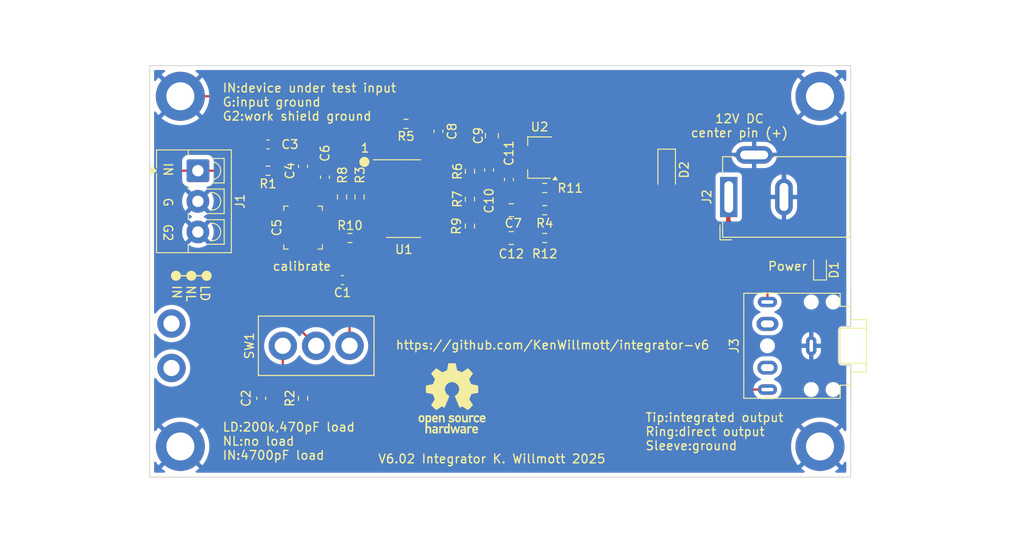
<source format=kicad_pcb>
(kicad_pcb (version 20241229) (generator "pcbnew") (generator_version "9.0")
  (title_block (title "V6.0 Integrator") (date "2023-11-09") (rev "1.0") (company "KW"))
  (layers (0 "F.Cu" signal) (2 "B.Cu" signal) (13 "F.Paste" user) (15 "B.Paste" user) (5 "F.SilkS" user "F.Silkscreen") (7 "B.SilkS" user "B.Silkscreen") (1 "F.Mask" user) (3 "B.Mask" user) (25 "Edge.Cuts" user))
  (net 0 "")
  (net 1 "GND")
  (net 2 "Net-(U1C-+)")
  (net 3 "Net-(U1A--)")
  (net 4 "Net-(U1D--)")
  (net 5 "Net-(C11-Pad1)")
  (net 6 "Net-(C11-Pad2)")
  (net 7 "Net-(U1A-+)")
  (net 8 "Net-(U1C--)")
  (net 9 "Net-(C1-Pad1)")
  (net 10 "Net-(C2-Pad1)")
  (net 11 "Net-(C3-Pad2)")
  (net 12 "Net-(J1-Pin_1)")
  (net 13 "Net-(C8-Pad2)")
  (net 14 "Net-(D2-K)")
  (net 15 "Net-(D1-A)")
  (net 16 "Net-(C12-Pad1)")
  (net 17 "Net-(C12-Pad2)")
  (net 18 "Net-(U1B--)")
  (net 21 "Net-(J3-PadR)")
  (net 22 "Net-(J3-PadT)")
  (net 23 "Net-(U1B-+)")
  (footprint "Resistor_SMD:R_0603_1608Metric" (layer "F.Cu") (at 136.55 94.825 -90)
    (property "Reference" "R9" (at 0 1.55 90) (layer "F.SilkS"))
    (property "Value" "1.8M")
    (pad "1" smd roundrect (at -0.825 0 270) (size 0.8 0.95) (layers "F.Cu" "F.Mask" "F.Paste") (net 8 "Net-(U1C--)"))
    (pad "2" smd roundrect (at 0.825 0 270) (size 0.8 0.95) (layers "F.Cu" "F.Mask" "F.Paste") (net 5 "Net-(C11-Pad1)"))
  )
  (footprint "Capacitor_SMD:C_0805_2012Metric" (layer "F.Cu") (at 139.05 84.5 -90)
    (property "Reference" "C9" (at 0 1.55 90) (layer "F.SilkS"))
    (property "Value" "10u")
    (pad "1" smd roundrect (at -0.95 0 270) (size 1 1.45) (layers "F.Cu" "F.Mask" "F.Paste") (net 14 "Net-(D2-K)"))
    (pad "2" smd roundrect (at 0.95 0 270) (size 1 1.45) (layers "F.Cu" "F.Mask" "F.Paste") (net 1 "GND"))
  )
  (footprint "Capacitor_SMD:C_0805_2012Metric" (layer "F.Cu") (at 141.27 96.19)
    (property "Reference" "C12" (at 0 1.81 0) (layer "F.SilkS"))
    (property "Value" "10u")
    (pad "1" smd roundrect (at -0.95 0) (size 1 1.45) (layers "F.Cu" "F.Mask" "F.Paste") (net 16 "Net-(C12-Pad1)"))
    (pad "2" smd roundrect (at 0.95 0) (size 1 1.45) (layers "F.Cu" "F.Mask" "F.Paste") (net 17 "Net-(C12-Pad2)"))
  )
  (footprint "Capacitor_SMD:C_0805_2012Metric" (layer "F.Cu") (at 141.27 93.015)
    (property "Reference" "C11" (at -0.27 -6.515 90) (layer "F.SilkS"))
    (property "Value" "10u")
    (pad "1" smd roundrect (at -0.95 0) (size 1 1.45) (layers "F.Cu" "F.Mask" "F.Paste") (net 5 "Net-(C11-Pad1)"))
    (pad "2" smd roundrect (at 0.95 0) (size 1 1.45) (layers "F.Cu" "F.Mask" "F.Paste") (net 6 "Net-(C11-Pad2)"))
  )
  (footprint "Resistor_SMD:R_0603_1608Metric" (layer "F.Cu") (at 145.08 93.015)
    (property "Reference" "R11" (at 2.92 -2.515 0) (layer "F.SilkS"))
    (property "Value" "1.0k")
    (pad "1" smd roundrect (at -0.825 0) (size 0.8 0.95) (layers "F.Cu" "F.Mask" "F.Paste") (net 6 "Net-(C11-Pad2)"))
    (pad "2" smd roundrect (at 0.825 0) (size 0.8 0.95) (layers "F.Cu" "F.Mask" "F.Paste") (net 22 "Net-(J3-PadT)"))
  )
  (footprint "Resistor_SMD:R_0603_1608Metric" (layer "F.Cu") (at 129.25 83.15 180)
    (property "Reference" "R5" (at 0 -1.43 0) (layer "F.SilkS"))
    (property "Value" "18k")
    (pad "1" smd roundrect (at -0.825 0 180) (size 0.8 0.95) (layers "F.Cu" "F.Mask" "F.Paste") (net 13 "Net-(C8-Pad2)"))
    (pad "2" smd roundrect (at 0.825 0 180) (size 0.8 0.95) (layers "F.Cu" "F.Mask" "F.Paste") (net 3 "Net-(U1A--)"))
  )
  (footprint "MountingHole:MountingHole_3.2mm_M3_DIN965_Pad" (layer "F.Cu") (at 103.5 120)
    (property "Reference" "H4" (hide yes))
    (property "Value" "MountingHole_Pad" (hide yes))
    (pad "1" thru_hole circle (at 0 0) (size 5.6 5.6) (drill 3.2) (layers "*.Cu" "*.Mask") (net 1 "GND"))
  )
  (footprint "TerminalBlock_4Ucon:TerminalBlock_4Ucon_1x03_P3.50mm_Vertical" (layer "F.Cu") (at 105.5 88.5 -90)
    (property "Reference" "J1" (at 3.5 -4.82 90) (layer "F.SilkS"))
    (property "Value" "Screw_Terminal_01x03" (hide yes))
    (pad "1" thru_hole roundrect (at 0 0 270) (size 2.6 2.6) (drill 1.3) (layers "*.Cu" "*.Mask") (roundrect_rratio 0.096154) (net 12 "Net-(J1-Pin_1)"))
    (pad "2" thru_hole circle (at 3.5 0 270) (size 2.6 2.6) (drill 1.3) (layers "*.Cu" "*.Mask") (net 1 "GND"))
    (pad "3" thru_hole circle (at 7 0 270) (size 2.6 2.6) (drill 1.3) (layers "*.Cu" "*.Mask") (net 1 "GND"))
  )
  (footprint "Resistor_SMD:R_0603_1608Metric" (layer "F.Cu") (at 122.855 96.19)
    (property "Reference" "R10" (at 0 -1.43 0) (layer "F.SilkS"))
    (property "Value" "39k")
    (pad "1" smd roundrect (at -0.825 0) (size 0.8 0.95) (layers "F.Cu" "F.Mask" "F.Paste") (net 18 "Net-(U1B--)"))
    (pad "2" smd roundrect (at 0.825 0) (size 0.8 0.95) (layers "F.Cu" "F.Mask" "F.Paste") (net 16 "Net-(C12-Pad1)"))
  )
  (footprint "MountingHole:MountingHole_3.2mm_M3_DIN965_Pad" (layer "F.Cu") (at 176.5 120)
    (property "Reference" "H3" (hide yes))
    (property "Value" "MountingHole_Pad" (hide yes))
    (pad "1" thru_hole circle (at 0 0) (size 5.6 5.6) (drill 3.2) (layers "*.Cu" "*.Mask") (net 1 "GND"))
  )
  (footprint "MountingHole:MountingHole_3.2mm_M3_DIN965_Pad" (layer "F.Cu") (at 176.5 80)
    (property "Reference" "H1" (hide yes))
    (property "Value" "MountingHole_Pad" (hide yes))
    (pad "1" thru_hole circle (at 0 0) (size 5.6 5.6) (drill 3.2) (layers "*.Cu" "*.Mask") (net 1 "GND"))
  )
  (footprint "Resistor_SMD:R_0603_1608Metric" (layer "F.Cu") (at 136.55 88.57 90)
    (property "Reference" "R6" (at 0 -1.43 90) (layer "F.SilkS"))
    (property "Value" "1.8M")
    (pad "1" smd roundrect (at -0.825 0 90) (size 0.8 0.95) (layers "F.Cu" "F.Mask" "F.Paste") (net 4 "Net-(U1D--)"))
    (pad "2" smd roundrect (at 0.825 0 90) (size 0.8 0.95) (layers "F.Cu" "F.Mask" "F.Paste") (net 2 "Net-(U1C-+)"))
  )
  (footprint "Resistor_SMD:R_0603_1608Metric" (layer "F.Cu") (at 136.55 91.745 90)
    (property "Reference" "R7" (at 0 -1.43 90) (layer "F.SilkS"))
    (property "Value" "39k")
    (pad "1" smd roundrect (at -0.825 0 90) (size 0.8 0.95) (layers "F.Cu" "F.Mask" "F.Paste") (net 8 "Net-(U1C--)"))
    (pad "2" smd roundrect (at 0.825 0 90) (size 0.8 0.95) (layers "F.Cu" "F.Mask" "F.Paste") (net 23 "Net-(U1B-+)"))
  )
  (footprint "LED_SMD:LED_0603_1608Metric" (layer "F.Cu") (at 176.5 99.5 90)
    (property "Reference" "D1" (at -0.3425 1.6 90) (layer "F.SilkS"))
    (property "Value" "LED")
    (pad "1" smd roundrect (at -0.7875 0 90) (size 0.875 0.95) (layers "F.Cu" "F.Mask" "F.Paste") (net 1 "GND"))
    (pad "2" smd roundrect (at 0.7875 0 90) (size 0.875 0.95) (layers "F.Cu" "F.Mask" "F.Paste") (net 15 "Net-(D1-A)"))
  )
  (footprint "Package_SO:SOIC-14_3.9x8.7mm_P1.27mm" (layer "F.Cu") (at 128.975 91.69)
    (property "Reference" "U1" (at 0.025 5.81 0) (layer "F.SilkS"))
    (property "Value" "TL084")
    (pad "1" smd roundrect (at -2.475 -3.81) (size 1.95 0.6) (layers "F.Cu" "F.Mask" "F.Paste") (net 3 "Net-(U1A--)"))
    (pad "2" smd roundrect (at -2.475 -2.54) (size 1.95 0.6) (layers "F.Cu" "F.Mask" "F.Paste") (net 3 "Net-(U1A--)"))
    (pad "3" smd roundrect (at -2.475 -1.27) (size 1.95 0.6) (layers "F.Cu" "F.Mask" "F.Paste") (net 7 "Net-(U1A-+)"))
    (pad "4" smd roundrect (at -2.475 0) (size 1.95 0.6) (layers "F.Cu" "F.Mask" "F.Paste") (net 14 "Net-(D2-K)"))
    (pad "5" smd roundrect (at -2.475 1.27) (size 1.95 0.6) (layers "F.Cu" "F.Mask" "F.Paste") (net 23 "Net-(U1B-+)"))
    (pad "6" smd roundrect (at -2.475 2.54) (size 1.95 0.6) (layers "F.Cu" "F.Mask" "F.Paste") (net 18 "Net-(U1B--)"))
    (pad "7" smd roundrect (at -2.475 3.81) (size 1.95 0.6) (layers "F.Cu" "F.Mask" "F.Paste") (net 16 "Net-(C12-Pad1)"))
    (pad "8" smd roundrect (at 2.475 3.81) (size 1.95 0.6) (layers "F.Cu" "F.Mask" "F.Paste") (net 5 "Net-(C11-Pad1)"))
    (pad "9" smd roundrect (at 2.475 2.54) (size 1.95 0.6) (layers "F.Cu" "F.Mask" "F.Paste") (net 8 "Net-(U1C--)"))
    (pad "10" smd roundrect (at 2.475 1.27) (size 1.95 0.6) (layers "F.Cu" "F.Mask" "F.Paste") (net 2 "Net-(U1C-+)"))
    (pad "11" smd roundrect (at 2.475 0) (size 1.95 0.6) (layers "F.Cu" "F.Mask" "F.Paste") (net 1 "GND"))
    (pad "12" smd roundrect (at 2.475 -1.27) (size 1.95 0.6) (layers "F.Cu" "F.Mask" "F.Paste") (net 23 "Net-(U1B-+)"))
    (pad "13" smd roundrect (at 2.475 -2.54) (size 1.95 0.6) (layers "F.Cu" "F.Mask" "F.Paste") (net 4 "Net-(U1D--)"))
    (pad "14" smd roundrect (at 2.475 -3.81) (size 1.95 0.6) (layers "F.Cu" "F.Mask" "F.Paste") (net 2 "Net-(U1C-+)"))
  )
  (footprint "Connector_Audio:Jack_3.5mm_CUI_SJ1-3525N_Horizontal" (layer "F.Cu") (at 175.5 108.5 90)
    (property "Reference" "J3" (at 0 -8.8 90) (layer "F.SilkS"))
    (property "Value" "AudioJack2_Ground_Switch")
    (fp_line (start 1.8 3.1) (end -1.8 3.1) (stroke (width 0.12)) (layer "Edge.Cuts"))
    (fp_line (start 2.2 3.5) (end 2.2 4.5) (stroke (width 0.12)) (layer "Edge.Cuts"))
    (fp_line (start -2.2 3.5) (end -2.2 4.5) (stroke (width 0.12)) (layer "Edge.Cuts"))
    (fp_line (start 2.2 4.5) (end 6.5 4.5) (stroke (width 0.12)) (layer "Edge.Cuts"))
    (fp_line (start -2.2 4.5) (end -6.5 4.5) (stroke (width 0.12)) (layer "Edge.Cuts"))
    (fp_arc (start 1.8 3.1) (mid 2.082843 3.217157) (end 2.2 3.5) (stroke (width 0.12)) (layer "Edge.Cuts"))
    (fp_arc (start -2.2 3.5) (mid -2.082842 3.217158) (end -1.8 3.1) (stroke (width 0.12)) (layer "Edge.Cuts"))
    (pad "" np_thru_hole circle (at -5 0 90) (size 1.2 1.2) (drill 1.2) (layers "*.Cu" "*.Mask"))
    (pad "" np_thru_hole circle (at -5 2.5 90) (size 1.2 1.2) (drill 1.2) (layers "*.Cu" "*.Mask"))
    (pad "" np_thru_hole circle (at 0 -5 90) (size 1.2 1.2) (drill 1.2) (layers "*.Cu" "*.Mask"))
    (pad "" np_thru_hole circle (at 5 0 90) (size 1.2 1.2) (drill 1.2) (layers "*.Cu" "*.Mask"))
    (pad "" np_thru_hole circle (at 5 2.5 90) (size 1.2 1.2) (drill 1.2) (layers "*.Cu" "*.Mask"))
    (pad "R" thru_hole oval (at -5 -5 90) (size 1.2 2.2) (drill oval 0.4 1.4) (layers "*.Cu" "*.Mask") (net 21 "Net-(J3-PadR)"))
    (pad "RN" thru_hole oval (at -2.5 -5 90) (size 1.6 2.3) (drill oval 0.8 1.5) (layers "*.Cu" "*.Mask"))
    (pad "S" thru_hole oval (at 0 0 90) (size 2.2 1.2) (drill oval 1.4 0.4) (layers "*.Cu" "*.Mask") (net 1 "GND"))
    (pad "T" thru_hole oval (at 5 -5 270) (size 1.2 2.2) (drill oval 0.4 1.4) (layers "*.Cu" "*.Mask") (net 22 "Net-(J3-PadT)"))
    (pad "TN" thru_hole oval (at 2.5 -5 270) (size 1.6 2.5) (drill oval 0.8 1.5) (layers "*.Cu" "*.Mask"))
  )
  (footprint "Capacitor_SMD:C_0603_1608Metric" (layer "F.Cu") (at 112.725 114.5 -90)
    (property "Reference" "C2" (at 0 1.725 90) (layer "F.SilkS"))
    (property "Value" "470p")
    (pad "1" smd roundrect (at -0.775 0 270) (size 0.9 0.95) (layers "F.Cu" "F.Mask" "F.Paste") (net 10 "Net-(C2-Pad1)"))
    (pad "2" smd roundrect (at 0.775 0 270) (size 0.9 0.95) (layers "F.Cu" "F.Mask" "F.Paste") (net 1 "GND"))
  )
  (footprint "Capacitor_SMD:C_0603_1608Metric" (layer "F.Cu") (at 141 89.5 90)
    (property "Reference" "C7" (at -5 0.5 0) (layer "F.SilkS"))
    (property "Value" "100n")
    (pad "1" smd roundrect (at -0.775 0 90) (size 0.9 0.95) (layers "F.Cu" "F.Mask" "F.Paste") (net 23 "Net-(U1B-+)"))
    (pad "2" smd roundrect (at 0.775 0 90) (size 0.9 0.95) (layers "F.Cu" "F.Mask" "F.Paste") (net 1 "GND"))
  )
  (footprint "Resistor_SMD:R_0603_1608Metric" (layer "F.Cu") (at 145.08 90.475)
    (property "Reference" "R4" (at 0 4.025 0) (layer "F.SilkS"))
    (property "Value" "10k")
    (pad "1" smd roundrect (at -0.825 0) (size 0.8 0.95) (layers "F.Cu" "F.Mask" "F.Paste") (net 23 "Net-(U1B-+)"))
    (pad "2" smd roundrect (at 0.825 0) (size 0.8 0.95) (layers "F.Cu" "F.Mask" "F.Paste") (net 15 "Net-(D1-A)"))
  )
  (footprint "Diode_SMD:D_SOD-123" (layer "F.Cu") (at 159 88.4 -90)
    (property "Reference" "D2" (at 0 -2 270) (layer "F.SilkS"))
    (property "Value" "1N4001")
    (pad "1" smd roundrect (at -1.65 0 270) (size 0.9 1.2) (layers "F.Cu" "F.Mask" "F.Paste") (net 14 "Net-(D2-K)"))
    (pad "2" smd roundrect (at 1.65 0 270) (size 0.9 1.2) (layers "F.Cu" "F.Mask" "F.Paste") (net 1 "GND"))
  )
  (footprint "Resistor_SMD:R_0603_1608Metric" (layer "F.Cu") (at 113.5 88.5)
    (property "Reference" "R1" (at 0 1.5 0) (layer "F.SilkS"))
    (property "Value" "9.1M")
    (pad "1" smd roundrect (at -0.825 0) (size 0.8 0.95) (layers "F.Cu" "F.Mask" "F.Paste") (net 12 "Net-(J1-Pin_1)"))
    (pad "2" smd roundrect (at 0.825 0) (size 0.8 0.95) (layers "F.Cu" "F.Mask" "F.Paste") (net 11 "Net-(C3-Pad2)"))
  )
  (footprint "Capacitor_SMD:C_0603_1608Metric" (layer "F.Cu") (at 120 89.25 90)
    (property "Reference" "C6" (at 2.75 0 90) (layer "F.SilkS"))
    (property "Value" "100n")
    (pad "1" smd roundrect (at -0.775 0 90) (size 0.9 0.95) (layers "F.Cu" "F.Mask" "F.Paste") (net 7 "Net-(U1A-+)"))
    (pad "2" smd roundrect (at 0.775 0 90) (size 0.9 0.95) (layers "F.Cu" "F.Mask" "F.Paste") (net 11 "Net-(C3-Pad2)"))
  )
  (footprint "Capacitor_SMD:C_Trimmer_Murata_TZB4-A" (layer "F.Cu") (at 117.5 95 -90)
    (property "Reference" "C5" (at 0 3 90) (layer "F.SilkS"))
    (property "Value" "30p")
    (pad "1" smd rect (at -2.35 0 270) (size 2.3 1.6) (layers "F.Cu" "F.Mask" "F.Paste") (net 11 "Net-(C3-Pad2)"))
    (pad "2" smd rect (at 2.35 0 270) (size 2.3 1.6) (layers "F.Cu" "F.Mask" "F.Paste") (net 1 "GND"))
  )
  (footprint "Resistor_SMD:R_0603_1608Metric" (layer "F.Cu") (at 117.5 114.5 90)
    (property "Reference" "R2" (at 0 -1.5 90) (layer "F.SilkS"))
    (property "Value" "200k")
    (pad "1" smd roundrect (at -0.825 0 90) (size 0.8 0.95) (layers "F.Cu" "F.Mask" "F.Paste") (net 1 "GND"))
    (pad "2" smd roundrect (at 0.825 0 90) (size 0.8 0.95) (layers "F.Cu" "F.Mask" "F.Paste") (net 10 "Net-(C2-Pad1)"))
  )
  (footprint "Capacitor_SMD:C_0603_1608Metric" (layer "F.Cu") (at 117.5 88 -90)
    (property "Reference" "C4" (at 0.5 1.5 90) (layer "F.SilkS"))
    (property "Value" "18p")
    (pad "1" smd roundrect (at -0.775 0 270) (size 0.9 0.95) (layers "F.Cu" "F.Mask" "F.Paste") (net 1 "GND"))
    (pad "2" smd roundrect (at 0.775 0 270) (size 0.9 0.95) (layers "F.Cu" "F.Mask" "F.Paste") (net 11 "Net-(C3-Pad2)"))
  )
  (footprint "Capacitor_SMD:C_0603_1608Metric" (layer "F.Cu") (at 132.95 84 90)
    (property "Reference" "C8" (at 0 1.55 90) (layer "F.SilkS"))
    (property "Value" "1.0u")
    (pad "1" smd roundrect (at -0.775 0 90) (size 0.9 0.95) (layers "F.Cu" "F.Mask" "F.Paste") (net 4 "Net-(U1D--)"))
    (pad "2" smd roundrect (at 0.775 0 90) (size 0.9 0.95) (layers "F.Cu" "F.Mask" "F.Paste") (net 13 "Net-(C8-Pad2)"))
  )
  (footprint "integrator-V6:MTS-103 Switch" (layer "F.Cu") (at 119 108.5 -90)
    (property "Reference" "SW1" (at 0 7.62 90) (layer "F.SilkS"))
    (property "Value" "SW_SPDT_MSM")
    (pad "" thru_hole circle (at -2.54 16.51 270) (size 3.25 3.25) (drill 1.85) (layers "*.Cu" "*.Mask"))
    (pad "" thru_hole circle (at 2.54 16.51 270) (size 3.25 3.25) (drill 1.85) (layers "*.Cu" "*.Mask"))
    (pad "1" thru_hole circle (at 0 3.81 270) (size 3.25 3.25) (drill 1.85) (layers "*.Cu" "*.Mask") (net 10 "Net-(C2-Pad1)"))
    (pad "2" thru_hole circle (at 0 0 270) (size 3.25 3.25) (drill 1.85) (layers "*.Cu" "*.Mask") (net 12 "Net-(J1-Pin_1)"))
    (pad "3" thru_hole circle (at 0 -3.81 270) (size 3.25 3.25) (drill 1.85) (layers "*.Cu" "*.Mask") (net 9 "Net-(C1-Pad1)"))
  )
  (footprint "Resistor_SMD:R_0603_1608Metric" (layer "F.Cu") (at 121.95 91.5 -90)
    (property "Reference" "R8" (at -2.5 -0.05 90) (layer "F.SilkS"))
    (property "Value" "39k")
    (pad "1" smd roundrect (at -0.825 0 270) (size 0.8 0.95) (layers "F.Cu" "F.Mask" "F.Paste") (net 3 "Net-(U1A--)"))
    (pad "2" smd roundrect (at 0.825 0 270) (size 0.8 0.95) (layers "F.Cu" "F.Mask" "F.Paste") (net 18 "Net-(U1B--)"))
  )
  (footprint "Resistor_SMD:R_0603_1608Metric" (layer "F.Cu") (at 123.95 91.5 -90)
    (property "Reference" "R3" (at -2.5 -0.05 90) (layer "F.SilkS"))
    (property "Value" "1.0M")
    (pad "1" smd roundrect (at -0.825 0 270) (size 0.8 0.95) (layers "F.Cu" "F.Mask" "F.Paste") (net 7 "Net-(U1A-+)"))
    (pad "2" smd roundrect (at 0.825 0 270) (size 0.8 0.95) (layers "F.Cu" "F.Mask" "F.Paste") (net 23 "Net-(U1B-+)"))
  )
  (footprint "Package_TO_SOT_SMD:SOT-89-3" (layer "F.Cu") (at 144.5 87 180)
    (property "Reference" "U2" (at 0 3.5 0) (layer "F.SilkS"))
    (property "Value" "L78L06_SOT89")
    (pad "1" smd roundrect (at -1.95 -1.5 180) (size 1.3 0.9) (layers "F.Cu" "F.Mask" "F.Paste") (net 23 "Net-(U1B-+)"))
    (pad "2" smd custom (at -1.8625 0 180) (size 1.475 0.9) (layers "F.Cu" "F.Mask" "F.Paste") (net 1 "GND") (options (clearance outline) (anchor rect)) (primitives (gr_poly (pts (xy 3.8625 0.8665) (xy 0.7375 0.8665) (xy 0.7375 -0.8665) (xy 3.8625 -0.8665)) (width 0) (fill yes))))
    (pad "3" smd roundrect (at -1.95 1.5 180) (size 1.3 0.9) (layers "F.Cu" "F.Mask" "F.Paste") (net 14 "Net-(D2-K)"))
  )
  (footprint "Connector_BarrelJack:BarrelJack_GCT_DCJ200-10-A_Horizontal" (layer "F.Cu") (at 166.085 91.5 90)
    (property "Reference" "J2" (at 0 -2.5 90) (layer "F.SilkS"))
    (property "Value" "Barrel_Jack_Switch")
    (pad "1" thru_hole rect (at 0 0 90) (size 4.6 2) (drill oval 3.6 1) (layers "*.Cu" "*.Mask") (net 14 "Net-(D2-K)"))
    (pad "2" thru_hole oval (at 0 6.3 90) (size 4.2 2) (drill oval 3.2 1) (layers "*.Cu" "*.Mask") (net 1 "GND"))
    (pad "3" thru_hole oval (at 4.8 2.9 90) (size 2 4.2) (drill oval 1 3.2) (layers "*.Cu" "*.Mask") (net 1 "GND"))
  )
  (footprint "Capacitor_SMD:C_0603_1608Metric" (layer "F.Cu") (at 113.5 85.5)
    (property "Reference" "C3" (at 2.5 0 0) (layer "F.SilkS"))
    (property "Value" "4p")
    (pad "1" smd roundrect (at -0.775 0) (size 0.9 0.95) (layers "F.Cu" "F.Mask" "F.Paste") (net 12 "Net-(J1-Pin_1)"))
    (pad "2" smd roundrect (at 0.775 0) (size 0.9 0.95) (layers "F.Cu" "F.Mask" "F.Paste") (net 11 "Net-(C3-Pad2)"))
  )
  (footprint "Capacitor_SMD:C_0603_1608Metric" (layer "F.Cu") (at 138.73 88.43 -90)
    (property "Reference" "C10" (at 3.5 0 90) (layer "F.SilkS"))
    (property "Value" "10n")
    (pad "1" smd roundrect (at -0.775 0 270) (size 0.9 0.95) (layers "F.Cu" "F.Mask" "F.Paste") (net 2 "Net-(U1C-+)"))
    (pad "2" smd roundrect (at 0.775 0 270) (size 0.9 0.95) (layers "F.Cu" "F.Mask" "F.Paste") (net 4 "Net-(U1D--)"))
  )
  (footprint "Capacitor_SMD:C_0603_1608Metric" (layer "F.Cu") (at 122 101 180)
    (property "Reference" "C1" (at 0 -1.43 0) (layer "F.SilkS"))
    (property "Value" "4.7n")
    (pad "1" smd roundrect (at -0.775 0 180) (size 0.9 0.95) (layers "F.Cu" "F.Mask" "F.Paste") (net 9 "Net-(C1-Pad1)"))
    (pad "2" smd roundrect (at 0.775 0 180) (size 0.9 0.95) (layers "F.Cu" "F.Mask" "F.Paste") (net 1 "GND"))
  )
  (footprint "Symbol:OSHW-Logo_7.5x8mm_SilkScreen" (layer "F.Cu") (at 134.5 114.5)
    (property "Reference" "REF**" (hide yes))
    (property "Value" "OSHW-Logo_7.5x8mm_SilkScreen" (hide yes))
  )
  (footprint "Resistor_SMD:R_0603_1608Metric" (layer "F.Cu") (at 145.08 96.19)
    (property "Reference" "R12" (at 0 1.81 0) (layer "F.SilkS"))
    (property "Value" "1.0k")
    (pad "1" smd roundrect (at -0.825 0) (size 0.8 0.95) (layers "F.Cu" "F.Mask" "F.Paste") (net 17 "Net-(C12-Pad2)"))
    (pad "2" smd roundrect (at 0.825 0) (size 0.8 0.95) (layers "F.Cu" "F.Mask" "F.Paste") (net 21 "Net-(J3-PadR)"))
  )
  (footprint "MountingHole:MountingHole_3.2mm_M3_DIN965_Pad" (layer "F.Cu") (at 103.5 80)
    (property "Reference" "H2" (hide yes))
    (property "Value" "MountingHole_Pad" (hide yes))
    (pad "1" thru_hole circle (at 0 0) (size 5.6 5.6) (drill 3.2) (layers "*.Cu" "*.Mask") (net 1 "GND"))
  )
  (gr_circle (center 104.75 100.5) (end 105.25 100.5) (stroke (width 0.15)) (fill yes) (layer "F.SilkS"))
  (gr_line (start 103 100.5) (end 106.5 100.5) (stroke (width 0.15)) (layer "F.SilkS"))
  (gr_circle (center 103 100.5) (end 103.5 100.5) (stroke (width 0.15)) (fill yes) (layer "F.SilkS"))
  (gr_circle (center 106.5 100.5) (end 107 100.5) (stroke (width 0.15)) (fill yes) (layer "F.SilkS"))
  (gr_circle (center 124.5 87.5) (end 125 87.5) (stroke (width 0.15)) (fill yes) (layer "F.SilkS"))
  (gr_line (start 100 76.5) (end 100 123.5) (stroke (width 0.1)) (layer "Edge.Cuts"))
  (gr_line (start 180 102) (end 180 76.5) (stroke (width 0.1)) (layer "Edge.Cuts"))
  (gr_line (start 180 123.5) (end 180 115) (stroke (width 0.1)) (layer "Edge.Cuts"))
  (gr_line (start 180 76.5) (end 100 76.5) (stroke (width 0.1)) (layer "Edge.Cuts"))
  (gr_line (start 100 123.5) (end 180 123.5) (stroke (width 0.1)) (layer "Edge.Cuts"))
  (gr_text "1" (at 124 86.5 0) (layer "F.SilkS") (effects (font (size 1 1)) (justify left bottom)))
  (gr_text "G2" (at 101.5 94.5 -90) (layer "F.SilkS") (effects (font (size 1 1)) (justify left bottom)))
  (gr_text "calibrate" (at 113.965 100 0) (layer "F.SilkS") (effects (font (size 1 1)) (justify left bottom)))
  (gr_text "12V DC\ncenter pin (+)" (at 167.305 84.76 0) (layer "F.SilkS") (effects (font (size 1 1)) (justify bottom)))
  (gr_text "G" (at 101.5 91.5 -90) (layer "F.SilkS") (effects (font (size 1 1)) (justify left bottom)))
  (gr_text "V6.02 Integrator K. Willmott 2025" (at 126 122 0) (layer "F.SilkS") (effects (font (size 1 1)) (justify left bottom)))
  (gr_text "IN" (at 101.5 87.5 -90) (layer "F.SilkS") (effects (font (size 1 1)) (justify left bottom)))
  (gr_text "LD\nNL\nIN" (at 102.5 101.5 -90) (layer "F.SilkS") (effects (font (size 1 1)) (justify left bottom)))
  (gr_text "IN:device under test input\nG:input ground\nG2:work shield ground" (at 108.25 82.855 0) (layer "F.SilkS") (effects (font (size 1 1)) (justify left bottom)))
  (gr_text "Tip:integrated output\nRing:direct output\nSleeve:ground" (at 156.5 120.5 0) (layer "F.SilkS") (effects (font (size 1 1)) (justify left bottom)))
  (gr_text "LD:200k,470pF load\nNL:no load\nIN:4700pF load" (at 108.25 121.59 0) (layer "F.SilkS") (effects (font (size 1 1)) (justify left bottom)))
  (gr_text "https://github.com/KenWillmott/integrator-v6" (at 128 109 0) (layer "F.SilkS") (effects (font (size 1 1)) (justify left bottom)))
  (gr_text "Power" (at 170.48 100 0) (layer "F.SilkS") (effects (font (size 1 1)) (justify left bottom)))
  (segment (start 137.6 84) (end 139.05 85.45) (width 0.25) (layer "F.Cu") (net 1))
  (segment (start 146.3625 87) (end 148.2 87) (width 0.25) (layer "F.Cu") (net 1))
  (segment (start 131.9 84) (end 137.6 84) (width 0.25) (layer "F.Cu") (net 1))
  (segment (start 112.725 115.275) (end 108.225 115.275) (width 0.25) (layer "F.Cu") (net 1))
  (segment (start 139.05 85.45) (end 140 85.45) (width 0.25) (layer "F.Cu") (net 1))
  (segment (start 117.575 97.35) (end 121.225 101) (width 0.25) (layer "F.Cu") (net 1))
  (segment (start 168.985 86.7) (end 165.8 86.7) (width 0.5) (layer "F.Cu") (net 1))
  (segment (start 175.5 108.5) (end 175.5 106) (width 0.25) (layer "F.Cu") (net 1))
  (segment (start 131.45 91.69) (end 129.67 91.69) (width 0.25) (layer "F.Cu") (net 1))
  (segment (start 117.5 85) (end 117.5 87.225) (width 0.25) (layer "F.Cu") (net 1))
  (segment (start 129.67 91.69) (end 129.1 91.12) (width 0.25) (layer "F.Cu") (net 1))
  (segment (start 172.385 87.3) (end 172.385 91.5) (width 0.5) (layer "F.Cu") (net 1))
  (segment (start 149.75 87) (end 148.2 87) (width 0.5) (layer "F.Cu") (net 1))
  (segment (start 112.5 80) (end 117.5 85) (width 0.25) (layer "F.Cu") (net 1))
  (segment (start 174 102) (end 175.7125 100.2875) (width 0.25) (layer "F.Cu") (net 1))
  (segment (start 141 87.55) (end 141.55 87) (width 0.25) (layer "F.Cu") (net 1))
  (segment (start 108.225 115.275) (end 103.5 120) (width 0.25) (layer "F.Cu") (net 1))
  (segment (start 171.75 86.665) (end 172.385 87.3) (width 0.5) (layer "F.Cu") (net 1))
  (segment (start 146.3625 87) (end 141.55 87) (width 0.25) (layer "F.Cu") (net 1))
  (segment (start 107.35 97.35) (end 117.5 97.35) (width 0.25) (layer "F.Cu") (net 1))
  (segment (start 140 85.45) (end 141.55 87) (width 0.25) (layer "F.Cu") (net 1))
  (segment (start 112.775 115.325) (end 112.725 115.275) (width 0.25) (layer "F.Cu") (net 1))
  (segment (start 117.5 97.35) (end 117.575 97.35) (width 0.25) (layer "F.Cu") (net 1))
  (segment (start 129.1 86.8) (end 131.9 84) (width 0.25) (layer "F.Cu") (net 1))
  (segment (start 175.7125 100.2875) (end 176.5 100.2875) (width 0.25) (layer "F.Cu") (net 1))
  (segment (start 162.4 90.1) (end 152.85 90.1) (width 0.5) (layer "F.Cu") (net 1))
  (segment (start 103.5 80) (end 112.5 80) (width 0.25) (layer "F.Cu") (net 1))
  (segment (start 174 104.5) (end 174 102) (width 0.25) (layer "F.Cu") (net 1))
  (segment (start 129.1 91.12) (end 129.1 86.8) (width 0.25) (layer "F.Cu") (net 1))
  (segment (start 152.85 90.1) (end 149.75 87) (width 0.5) (layer "F.Cu") (net 1))
  (segment (start 168.985 86.7) (end 171.715 86.7) (width 0.5) (layer "F.Cu") (net 1))
  (segment (start 117.5 115.325) (end 112.775 115.325) (width 0.25) (layer "F.Cu") (net 1))
  (segment (start 171.715 86.7) (end 171.75 86.665) (width 0.5) (layer "F.Cu") (net 1))
  (segment (start 105.5 95.5) (end 107.35 97.35) (width 0.25) (layer "F.Cu") (net 1))
  (segment (start 165.8 86.7) (end 162.4 90.1) (width 0.5) (layer "F.Cu") (net 1))
  (segment (start 141 88.725) (end 141 87.55) (width 0.25) (layer "F.Cu") (net 1))
  (segment (start 175.5 106) (end 174 104.5) (width 0.25) (layer "F.Cu") (net 1))
  (segment (start 132.54 92.96) (end 131.45 92.96) (width 0.25) (layer "F.Cu") (net 2))
  (segment (start 133.015 91.515) (end 133.015 92.485) (width 0.25) (layer "F.Cu") (net 2))
  (segment (start 133.015 92.485) (end 132.54 92.96) (width 0.25) (layer "F.Cu") (net 2))
  (segment (start 138.75 87.635) (end 138.75 87.475) (width 0.25) (layer "F.Cu") (net 2))
  (segment (start 134.285 87.88) (end 134.42 87.745) (width 0.25) (layer "F.Cu") (net 2))
  (segment (start 139.531 88.456) (end 139.531 89.664466) (width 0.25) (layer "F.Cu") (net 2))
  (segment (start 134.42 87.745) (end 136.55 87.745) (width 0.25) (layer "F.Cu") (net 2))
  (segment (start 136.64 87.655) (end 138.73 87.655) (width 0.25) (layer "F.Cu") (net 2))
  (segment (start 136.051582 90.121) (end 135.724582 89.794) (width 0.25) (layer "F.Cu") (net 2))
  (segment (start 133.38 87.88) (end 134.285 87.88) (width 0.25) (layer "F.Cu") (net 2))
  (segment (start 135.724582 89.794) (end 130.232 89.794) (width 0.25) (layer "F.Cu") (net 2))
  (segment (start 136.55 87.745) (end 136.64 87.655) (width 0.25) (layer "F.Cu") (net 2))
  (segment (start 139.074466 90.121) (end 136.051582 90.121) (width 0.25) (layer "F.Cu") (net 2))
  (segment (start 129.84 90.186) (end 129.84 90.84) (width 0.25) (layer "F.Cu") (net 2))
  (segment (start 129.84 90.84) (end 130.064 91.064) (width 0.25) (layer "F.Cu") (net 2))
  (segment (start 132.564 91.064) (end 133.015 91.515) (width 0.25) (layer "F.Cu") (net 2))
  (segment (start 139.531 89.664466) (end 139.074466 90.121) (width 0.25) (layer "F.Cu") (net 2))
  (segment (start 130.064 91.064) (end 132.564 91.064) (width 0.25) (layer "F.Cu") (net 2))
  (segment (start 138.73 87.655) (end 139.531 88.456) (width 0.25) (layer "F.Cu") (net 2))
  (segment (start 138.73 87.655) (end 138.75 87.635) (width 0.25) (layer "F.Cu") (net 2))
  (segment (start 131.45 87.88) (end 133.38 87.88) (width 0.25) (layer "F.Cu") (net 2))
  (segment (start 130.232 89.794) (end 129.84 90.186) (width 0.25) (layer "F.Cu") (net 2))
  (segment (start 121.95 90.05) (end 122.85 89.15) (width 0.25) (layer "F.Cu") (net 3))
  (segment (start 126.5 87.88) (end 126.5 85.075) (width 0.25) (layer "F.Cu") (net 3))
  (segment (start 121.95 90.675) (end 121.95 90.05) (width 0.25) (layer "F.Cu") (net 3))
  (segment (start 122.85 89.15) (end 126.5 89.15) (width 0.25) (layer "F.Cu") (net 3))
  (segment (start 128.425 83.15) (end 128.35 83.15) (width 0.25) (layer "F.Cu") (net 3))
  (segment (start 126.5 85.075) (end 128.425 83.15) (width 0.25) (layer "F.Cu") (net 3))
  (segment (start 126.5 89.15) (end 126.5 87.88) (width 0.25) (layer "F.Cu") (net 3))
  (segment (start 137.0125 89.15) (end 137.0675 89.205) (width 0.25) (layer "F.Cu") (net 4))
  (segment (start 129.95 88.5) (end 129.95 87) (width 0.25) (layer "F.Cu") (net 4))
  (segment (start 137.0675 89.205) (end 138.57 89.205) (width 0.25) (layer "F.Cu") (net 4))
  (segment (start 131.45 89.15) (end 137.0125 89.15) (width 0.25) (layer "F.Cu") (net 4))
  (segment (start 138.57 89.205) (end 138.75 89.025) (width 0.25) (layer "F.Cu") (net 4))
  (segment (start 129.95 87) (end 132.175 84.775) (width 0.25) (layer "F.Cu") (net 4))
  (segment (start 131.45 89.15) (end 130.6 89.15) (width 0.25) (layer "F.Cu") (net 4))
  (segment (start 132.175 84.775) (end 132.95 84.775) (width 0.25) (layer "F.Cu") (net 4))
  (segment (start 130.6 89.15) (end 129.95 88.5) (width 0.25) (layer "F.Cu") (net 4))
  (segment (start 138.635 95.65) (end 140.32 93.965) (width 0.25) (layer "F.Cu") (net 5))
  (segment (start 131.45 95.5) (end 136.4 95.5) (width 0.25) (layer "F.Cu") (net 5))
  (segment (start 136.55 95.65) (end 138.635 95.65) (width 0.25) (layer "F.Cu") (net 5))
  (segment (start 136.4 95.5) (end 136.55 95.65) (width 0.25) (layer "F.Cu") (net 5))
  (segment (start 140.32 93.965) (end 140.32 93.015) (width 0.25) (layer "F.Cu") (net 5))
  (segment (start 142.22 93.015) (end 144.255 93.015) (width 0.25) (layer "F.Cu") (net 6))
  (segment (start 120 90.75) (end 120.75 91.5) (width 0.25) (layer "F.Cu") (net 7))
  (segment (start 124.775 90.675) (end 125.03 90.42) (width 0.25) (layer "F.Cu") (net 7))
  (segment (start 123.125 91.5) (end 123.95 90.675) (width 0.25) (layer "F.Cu") (net 7))
  (segment (start 120.75 91.5) (end 123.125 91.5) (width 0.25) (layer "F.Cu") (net 7))
  (segment (start 120 90.025) (end 120 90.75) (width 0.25) (layer "F.Cu") (net 7))
  (segment (start 123.95 90.675) (end 124.775 90.675) (width 0.25) (layer "F.Cu") (net 7))
  (segment (start 125.03 90.42) (end 126.5 90.42) (width 0.25) (layer "F.Cu") (net 7))
  (segment (start 136.32 94.23) (end 136.55 94) (width 0.25) (layer "F.Cu") (net 8))
  (segment (start 131.45 94.23) (end 136.32 94.23) (width 0.25) (layer "F.Cu") (net 8))
  (segment (start 136.55 94) (end 136.55 92.57) (width 0.25) (layer "F.Cu") (net 8))
  (segment (start 122.81 108.5) (end 122.81 101.035) (width 0.25) (layer "F.Cu") (net 9))
  (segment (start 122.81 101.035) (end 122.775 101) (width 0.25) (layer "F.Cu") (net 9))
  (segment (start 115.19 111.26) (end 112.725 113.725) (width 0.25) (layer "F.Cu") (net 10))
  (segment (start 115.19 111.26) (end 115.19 111.365) (width 0.25) (layer "F.Cu") (net 10))
  (segment (start 115.19 111.365) (end 117.5 113.675) (width 0.25) (layer "F.Cu") (net 10))
  (segment (start 115.19 108.5) (end 115.19 111.26) (width 0.25) (layer "F.Cu") (net 10))
  (segment (start 114.325 85.55) (end 114.275 85.5) (width 0.25) (layer "F.Cu") (net 11))
  (segment (start 114.325 88.5) (end 117.225 88.5) (width 0.25) (layer "F.Cu") (net 11))
  (segment (start 118.525 88.475) (end 120 88.475) (width 0.25) (layer "F.Cu") (net 11))
  (segment (start 117.5 88.775) (end 117.5 92.65) (width 0.25) (layer "F.Cu") (net 11))
  (segment (start 114.325 88.5) (end 114.325 85.55) (width 0.25) (layer "F.Cu") (net 11))
  (segment (start 118.225 88.775) (end 118.525 88.475) (width 0.25) (layer "F.Cu") (net 11))
  (segment (start 117.225 88.5) (end 117.5 88.775) (width 0.25) (layer "F.Cu") (net 11))
  (segment (start 117.5 88.775) (end 118.225 88.775) (width 0.25) (layer "F.Cu") (net 11))
  (segment (start 103 97) (end 111.5 105.5) (width 0.25) (layer "F.Cu") (net 12))
  (segment (start 103.5 88.5) (end 103 89) (width 0.25) (layer "F.Cu") (net 12))
  (segment (start 103 89) (end 103 97) (width 0.25) (layer "F.Cu") (net 12))
  (segment (start 111.5 105.5) (end 116 105.5) (width 0.25) (layer "F.Cu") (net 12))
  (segment (start 112.675 88.5) (end 112.675 85.55) (width 0.25) (layer "F.Cu") (net 12))
  (segment (start 116 105.5) (end 119 108.5) (width 0.25) (layer "F.Cu") (net 12))
  (segment (start 105.5 88.5) (end 103.5 88.5) (width 0.25) (layer "F.Cu") (net 12))
  (segment (start 105.5 88.5) (end 112.675 88.5) (width 0.25) (layer "F.Cu") (net 12))
  (segment (start 112.675 85.55) (end 112.725 85.5) (width 0.25) (layer "F.Cu") (net 12))
  (segment (start 130.075 83.15) (end 132.95 83.15) (width 0.25) (layer "F.Cu") (net 13))
  (segment (start 144.3 85.5) (end 146.45 85.5) (width 0.25) (layer "F.Cu") (net 14))
  (segment (start 161.505 86.75) (end 163.755 84.5) (width 0.5) (layer "F.Cu") (net 14))
  (segment (start 166.035 91.55) (end 166.085 91.5) (width 0.5) (layer "F.Cu") (net 14))
  (segment (start 156.1 86.1) (end 155.5 85.5) (width 0.25) (layer "F.Cu") (net 14))
  (segment (start 156.75 86.75) (end 161.505 86.75) (width 0.5) (layer "F.Cu") (net 14))
  (segment (start 129.25 83.899002) (end 129.25 82.25) (width 0.25) (layer "F.Cu") (net 14))
  (segment (start 129.25 82.25) (end 129.75 81.75) (width 0.25) (layer "F.Cu") (net 14))
  (segment (start 155.5 85.5) (end 146.45 85.5) (width 0.25) (layer "F.Cu") (net 14))
  (segment (start 166.035 94.285) (end 166.035 91.55) (width 0.5) (layer "F.Cu") (net 14))
  (segment (start 126.5 91.69) (end 127.71 91.69) (width 0.25) (layer "F.Cu") (net 14))
  (segment (start 142.35 83.55) (end 144.3 85.5) (width 0.25) (layer "F.Cu") (net 14))
  (segment (start 174.925 93.65) (end 173.655 94.92) (width 0.5) (layer "F.Cu") (net 14))
  (segment (start 127.71 91.69) (end 128.25 91.15) (width 0.25) (layer "F.Cu") (net 14))
  (segment (start 128.25 91.15) (end 128.25 84.899002) (width 0.25) (layer "F.Cu") (net 14))
  (segment (start 129.75 81.75) (end 134.75 81.75) (width 0.25) (layer "F.Cu") (net 14))
  (segment (start 128.25 84.899002) (end 129.25 83.899002) (width 0.25) (layer "F.Cu") (net 14))
  (segment (start 166.67 94.92) (end 166.035 94.285) (width 0.5) (layer "F.Cu") (net 14))
  (segment (start 136.55 83.55) (end 142.35 83.55) (width 0.25) (layer "F.Cu") (net 14))
  (segment (start 134.75 81.75) (end 136.55 83.55) (width 0.25) (layer "F.Cu") (net 14))
  (segment (start 156.1 86.1) (end 156.75 86.75) (width 0.5) (layer "F.Cu") (net 14))
  (segment (start 173.655 94.92) (end 166.67 94.92) (width 0.5) (layer "F.Cu") (net 14))
  (segment (start 163.755 84.5) (end 172.125 84.5) (width 0.5) (layer "F.Cu") (net 14))
  (segment (start 172.125 84.5) (end 174.925 87.3) (width 0.5) (layer "F.Cu") (net 14))
  (segment (start 174.925 87.3) (end 174.925 93.65) (width 0.5) (layer "F.Cu") (net 14))
  (segment (start 163.17 93.325) (end 153.645 93.325) (width 0.25) (layer "F.Cu") (net 15))
  (segment (start 150.795 90.475) (end 145.905 90.475) (width 0.25) (layer "F.Cu") (net 15))
  (segment (start 167.345 97.5) (end 163.17 93.325) (width 0.25) (layer "F.Cu") (net 15))
  (segment (start 176.5 98.7125) (end 175.2875 97.5) (width 0.25) (layer "F.Cu") (net 15))
  (segment (start 175.2875 97.5) (end 167.345 97.5) (width 0.25) (layer "F.Cu") (net 15))
  (segment (start 153.645 93.325) (end 150.795 90.475) (width 0.25) (layer "F.Cu") (net 15))
  (segment (start 126.5 95.5) (end 126.555 95.555) (width 0.25) (layer "F.Cu") (net 16))
  (segment (start 124.315 96.825) (end 139.685 96.825) (width 0.25) (layer "F.Cu") (net 16))
  (segment (start 139.685 96.825) (end 140.32 96.19) (width 0.25) (layer "F.Cu") (net 16))
  (segment (start 123.68 96.19) (end 124.315 96.825) (width 0.25) (layer "F.Cu") (net 16))
  (segment (start 126.555 95.555) (end 126.555 96.715) (width 0.25) (layer "F.Cu") (net 16))
  (segment (start 126.555 96.715) (end 126.665 96.825) (width 0.25) (layer "F.Cu") (net 16))
  (segment (start 142.22 96.19) (end 144.255 96.19) (width 0.25) (layer "F.Cu") (net 17))
  (segment (start 126.485 94.245) (end 126.5 94.23) (width 0.25) (layer "F.Cu") (net 18))
  (segment (start 121.95 96.595) (end 121.95 94.245) (width 0.25) (layer "F.Cu") (net 18))
  (segment (start 121.95 94.245) (end 126.485 94.245) (width 0.25) (layer "F.Cu") (net 18))
  (segment (start 121.95 92.325) (end 121.95 94.245) (width 0.25) (layer "F.Cu") (net 18))
  (segment (start 162.86 96.19) (end 167 100.33) (width 0.25) (layer "F.Cu") (net 21))
  (segment (start 168.5 113.5) (end 170.5 113.5) (width 0.25) (layer "F.Cu") (net 21))
  (segment (start 145.905 96.19) (end 162.86 96.19) (width 0.25) (layer "F.Cu") (net 21))
  (segment (start 167 100.33) (end 167 112) (width 0.25) (layer "F.Cu") (net 21))
  (segment (start 167 112) (end 168.5 113.5) (width 0.25) (layer "F.Cu") (net 21))
  (segment (start 147.599999 93.015) (end 149.504999 94.92) (width 0.25) (layer "F.Cu") (net 22))
  (segment (start 170.5 101.979916) (end 170.5 103.5) (width 0.25) (layer "F.Cu") (net 22))
  (segment (start 149.504999 94.92) (end 163.440084 94.92) (width 0.25) (layer "F.Cu") (net 22))
  (segment (start 145.905 93.015) (end 147.599999 93.015) (width 0.25) (layer "F.Cu") (net 22))
  (segment (start 163.440084 94.92) (end 170.5 101.979916) (width 0.25) (layer "F.Cu") (net 22))
  (segment (start 134.265 90.475) (end 134.9 91.11) (width 0.25) (layer "F.Cu") (net 23))
  (segment (start 140 90.275) (end 142.105 90.275) (width 0.25) (layer "F.Cu") (net 23))
  (segment (start 134.9 91.11) (end 134.9 93.2) (width 0.25) (layer "F.Cu") (net 23))
  (segment (start 128.665 93.585) (end 128.04 92.96) (width 0.25) (layer "F.Cu") (net 23))
  (segment (start 134.9 91.11) (end 136.36 91.11) (width 0.25) (layer "F.Cu") (net 23))
  (segment (start 139.165 91.11) (end 140 90.275) (width 0.25) (layer "F.Cu") (net 23))
  (segment (start 128.04 92.96) (end 126.5 92.96) (width 0.25) (layer "F.Cu") (net 23))
  (segment (start 142.54 89.84) (end 143.175 90.475) (width 0.25) (layer "F.Cu") (net 23))
  (segment (start 124.855 92.325) (end 123.95 92.325) (width 0.25) (layer "F.Cu") (net 23))
  (segment (start 136.55 90.92) (end 136.74 91.11) (width 0.25) (layer "F.Cu") (net 23))
  (segment (start 142.54 89.84) (end 143.88 88.5) (width 0.25) (layer "F.Cu") (net 23))
  (segment (start 143.88 88.5) (end 146.45 88.5) (width 0.25) (layer "F.Cu") (net 23))
  (segment (start 133.010322 90.42) (end 133.065322 90.475) (width 0.25) (layer "F.Cu") (net 23))
  (segment (start 136.74 91.11) (end 139.165 91.11) (width 0.25) (layer "F.Cu") (net 23))
  (segment (start 125.49 92.96) (end 124.855 92.325) (width 0.25) (layer "F.Cu") (net 23))
  (segment (start 134.515 93.585) (end 128.665 93.585) (width 0.25) (layer "F.Cu") (net 23))
  (segment (start 126.5 92.96) (end 125.49 92.96) (width 0.25) (layer "F.Cu") (net 23))
  (segment (start 143.175 90.475) (end 144.255 90.475) (width 0.25) (layer "F.Cu") (net 23))
  (segment (start 134.9 93.2) (end 134.515 93.585) (width 0.25) (layer "F.Cu") (net 23))
  (segment (start 131.45 90.42) (end 133.010322 90.42) (width 0.25) (layer "F.Cu") (net 23))
  (segment (start 142.105 90.275) (end 142.54 89.84) (width 0.25) (layer "F.Cu") (net 23))
  (segment (start 133.065322 90.475) (end 134.265 90.475) (width 0.25) (layer "F.Cu") (net 23))
  (segment (start 136.36 91.11) (end 136.55 90.92) (width 0.25) (layer "F.Cu") (net 23))
  (zone (net 1) (net_name "GND") (layer "B.Cu") (connect_pads (clearance 0.5)) (min_thickness 0.25) (fill yes (thermal_gap 0.5) (thermal_bridge_width 0.5))
    (polygon (pts (xy 100.5 77) (xy 179.5 77) (xy 179.5 123) (xy 100.5 123)))
  )
)
</source>
